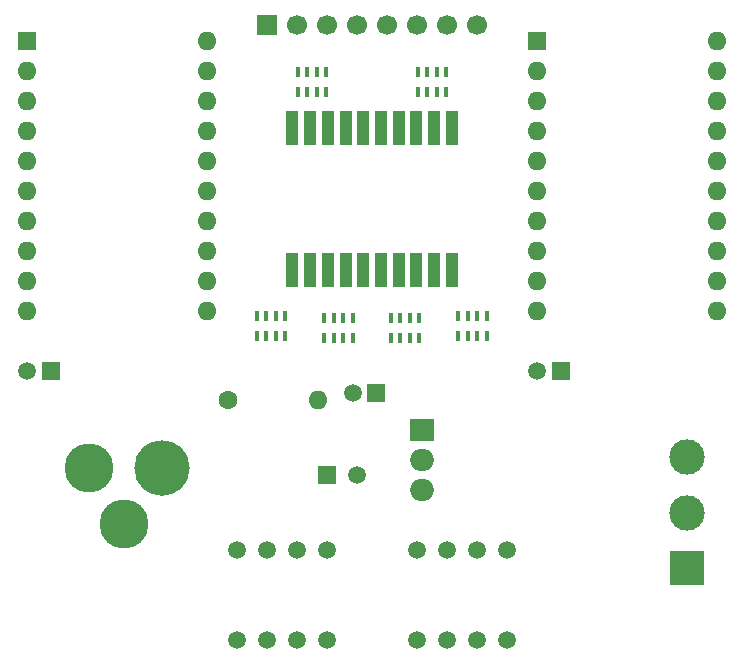
<source format=gts>
%TF.GenerationSoftware,KiCad,Pcbnew,9.0.2*%
%TF.CreationDate,2025-06-27T13:30:38+02:00*%
%TF.ProjectId,LCD Dual 7 Segment Tester,4c434420-4475-4616-9c20-37205365676d,V0*%
%TF.SameCoordinates,Original*%
%TF.FileFunction,Soldermask,Top*%
%TF.FilePolarity,Negative*%
%FSLAX46Y46*%
G04 Gerber Fmt 4.6, Leading zero omitted, Abs format (unit mm)*
G04 Created by KiCad (PCBNEW 9.0.2) date 2025-06-27 13:30:38*
%MOMM*%
%LPD*%
G01*
G04 APERTURE LIST*
%ADD10R,1.600000X1.600000*%
%ADD11O,1.600000X1.600000*%
%ADD12C,1.509000*%
%ADD13C,4.700000*%
%ADD14C,4.150000*%
%ADD15R,0.450000X0.900000*%
%ADD16R,1.500000X1.500000*%
%ADD17C,1.500000*%
%ADD18R,1.000000X3.000000*%
%ADD19R,3.000000X3.000000*%
%ADD20C,3.000000*%
%ADD21C,1.600000*%
%ADD22R,2.000000X1.905000*%
%ADD23O,2.000000X1.905000*%
%ADD24R,1.700000X1.700000*%
%ADD25C,1.700000*%
G04 APERTURE END LIST*
D10*
%TO.C,IC14*%
X1270000Y39329400D03*
D11*
X1270000Y36789400D03*
X1270000Y34249400D03*
X1270000Y31709400D03*
X1270000Y29169400D03*
X1270000Y26629400D03*
X1270000Y24089400D03*
X1270000Y21549400D03*
X1270000Y19009400D03*
X1270000Y16469400D03*
X16510000Y16469400D03*
X16510000Y19009400D03*
X16510000Y21549400D03*
X16510000Y24089400D03*
X16510000Y26629400D03*
X16510000Y29169400D03*
X16510000Y31709400D03*
X16510000Y34249400D03*
X16510000Y36789400D03*
X16510000Y39329400D03*
%TD*%
D12*
%TO.C,S3*%
X19050000Y-11430000D03*
X21590000Y-11430000D03*
X24130000Y-11430000D03*
X26670000Y-11430000D03*
X26670000Y-3810000D03*
X24130000Y-3810000D03*
X21590000Y-3810000D03*
X19050000Y-3810000D03*
%TD*%
D13*
%TO.C,J1*%
X12700000Y3134400D03*
D14*
X9500000Y-1565600D03*
X6500000Y3134400D03*
%TD*%
D15*
%TO.C,RN10*%
X23113800Y16049400D03*
X22313800Y16049400D03*
X21513800Y16049400D03*
X20713800Y16049400D03*
X20713800Y14349400D03*
X21513800Y14349400D03*
X22313800Y14349400D03*
X23113800Y14349400D03*
%TD*%
%TO.C,RN2*%
X26600000Y36693000D03*
X25800000Y36693000D03*
X25000000Y36693000D03*
X24200000Y36693000D03*
X24200000Y34993000D03*
X25000000Y34993000D03*
X25800000Y34993000D03*
X26600000Y34993000D03*
%TD*%
%TO.C,RN1*%
X36760000Y36693000D03*
X35960000Y36693000D03*
X35160000Y36693000D03*
X34360000Y36693000D03*
X34360000Y34993000D03*
X35160000Y34993000D03*
X35960000Y34993000D03*
X36760000Y34993000D03*
%TD*%
D16*
%TO.C,LED1*%
X26670000Y2540000D03*
D17*
X29210000Y2540000D03*
%TD*%
D16*
%TO.C,C2*%
X3270000Y11389400D03*
D17*
X1270000Y11389400D03*
%TD*%
D18*
%TO.C,DS2*%
X23730000Y19908000D03*
X25230000Y19908000D03*
X26730000Y19908000D03*
X28230000Y19908000D03*
X29730000Y19908000D03*
X31230000Y19908000D03*
X32730000Y19908000D03*
X34230000Y19908000D03*
X35730000Y19908000D03*
X37230000Y19908000D03*
X37230000Y31908000D03*
X35730000Y31908000D03*
X34230000Y31908000D03*
X32730000Y31908000D03*
X31230000Y31908000D03*
X29730000Y31908000D03*
X28230000Y31908000D03*
X26730000Y31908000D03*
X25230000Y31908000D03*
X23730000Y31908000D03*
%TD*%
D19*
%TO.C,S1*%
X57150000Y-5334000D03*
D20*
X57150000Y-635000D03*
X57150000Y4064000D03*
%TD*%
D15*
%TO.C,RN11*%
X34455000Y15834400D03*
X33655000Y15834400D03*
X32855000Y15834400D03*
X32055000Y15834400D03*
X32055000Y14134400D03*
X32855000Y14134400D03*
X33655000Y14134400D03*
X34455000Y14134400D03*
%TD*%
D16*
%TO.C,C3*%
X30820267Y9525000D03*
D17*
X28820267Y9525000D03*
%TD*%
D21*
%TO.C,R1*%
X18288000Y8890000D03*
D11*
X25908000Y8890000D03*
%TD*%
D16*
%TO.C,C1*%
X46450000Y11389400D03*
D17*
X44450000Y11389400D03*
%TD*%
D10*
%TO.C,IC6*%
X44450000Y39329400D03*
D11*
X44450000Y36789400D03*
X44450000Y34249400D03*
X44450000Y31709400D03*
X44450000Y29169400D03*
X44450000Y26629400D03*
X44450000Y24089400D03*
X44450000Y21549400D03*
X44450000Y19009400D03*
X44450000Y16469400D03*
X59690000Y16469400D03*
X59690000Y19009400D03*
X59690000Y21549400D03*
X59690000Y24089400D03*
X59690000Y26629400D03*
X59690000Y29169400D03*
X59690000Y31709400D03*
X59690000Y34249400D03*
X59690000Y36789400D03*
X59690000Y39329400D03*
%TD*%
D15*
%TO.C,RN8*%
X28828800Y15834400D03*
X28028800Y15834400D03*
X27228800Y15834400D03*
X26428800Y15834400D03*
X26428800Y14134400D03*
X27228800Y14134400D03*
X28028800Y14134400D03*
X28828800Y14134400D03*
%TD*%
%TO.C,RN9*%
X40170000Y16049400D03*
X39370000Y16049400D03*
X38570000Y16049400D03*
X37770000Y16049400D03*
X37770000Y14349400D03*
X38570000Y14349400D03*
X39370000Y14349400D03*
X40170000Y14349400D03*
%TD*%
D22*
%TO.C,U1*%
X34671000Y6350000D03*
D23*
X34671000Y3810000D03*
X34671000Y1270000D03*
%TD*%
D24*
%TO.C,J3*%
X21590000Y40640000D03*
D25*
X24130000Y40640000D03*
X26670000Y40640000D03*
X29210000Y40640000D03*
X31750000Y40640000D03*
X34290000Y40640000D03*
X36830000Y40640000D03*
X39370000Y40640000D03*
%TD*%
D12*
%TO.C,S2*%
X34290000Y-11430000D03*
X36830000Y-11430000D03*
X39370000Y-11430000D03*
X41910000Y-11430000D03*
X41910000Y-3810000D03*
X39370000Y-3810000D03*
X36830000Y-3810000D03*
X34290000Y-3810000D03*
%TD*%
M02*

</source>
